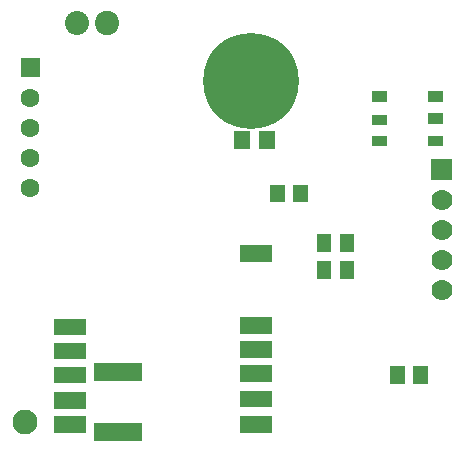
<source format=gbs>
G04 Layer: BottomSolderMaskLayer*
G04 EasyEDA v6.5.1, 2022-03-21 16:47:25*
G04 955ef46bbe064569b540ea905b21d435,97f3a3507f384188ab3f8c3e8ba95b97,10*
G04 Gerber Generator version 0.2*
G04 Scale: 100 percent, Rotated: No, Reflected: No *
G04 Dimensions in millimeters *
G04 leading zeros omitted , absolute positions ,4 integer and 5 decimal *
%FSLAX45Y45*%
%MOMM*%

%ADD43C,2.0400*%
%ADD44C,2.0600*%
%ADD45C,8.1016*%
%ADD52C,2.1016*%
%ADD53R,4.1656X1.6256*%
%ADD55C,1.6002*%
%ADD57C,1.7780*%

%LPD*%
D43*
G01*
X4229100Y4241800D03*
D44*
G01*
X4483100Y4241800D03*
G36*
X5552693Y3176015D02*
G01*
X5552693Y3326129D01*
X5692902Y3326129D01*
X5692902Y3176015D01*
G37*
G36*
X5762752Y3176015D02*
G01*
X5762752Y3326129D01*
X5902959Y3326129D01*
X5902959Y3176015D01*
G37*
G36*
X6877558Y1183386D02*
G01*
X6877558Y1331213D01*
X7001002Y1331213D01*
X7001002Y1183386D01*
G37*
G36*
X7070597Y1183386D02*
G01*
X7070597Y1331213D01*
X7194041Y1331213D01*
X7194041Y1183386D01*
G37*
G36*
X6054597Y2720086D02*
G01*
X6054597Y2867913D01*
X6178041Y2867913D01*
X6178041Y2720086D01*
G37*
G36*
X5861558Y2720086D02*
G01*
X5861558Y2867913D01*
X5985002Y2867913D01*
X5985002Y2720086D01*
G37*
G36*
X6255258Y2300986D02*
G01*
X6255258Y2448813D01*
X6378702Y2448813D01*
X6378702Y2300986D01*
G37*
G36*
X6448297Y2300986D02*
G01*
X6448297Y2448813D01*
X6571741Y2448813D01*
X6571741Y2300986D01*
G37*
G36*
X6255258Y2072386D02*
G01*
X6255258Y2220213D01*
X6378702Y2220213D01*
X6378702Y2072386D01*
G37*
G36*
X6448297Y2072386D02*
G01*
X6448297Y2220213D01*
X6571741Y2220213D01*
X6571741Y2072386D01*
G37*
G36*
X7194295Y3573779D02*
G01*
X7194295Y3663950D01*
X7324343Y3663950D01*
X7324343Y3573779D01*
G37*
G36*
X6723125Y3574287D02*
G01*
X6723125Y3664457D01*
X6853174Y3664457D01*
X6853174Y3574287D01*
G37*
G36*
X7193025Y3383787D02*
G01*
X7193025Y3473957D01*
X7323327Y3473957D01*
X7323327Y3383787D01*
G37*
G36*
X6723125Y3373881D02*
G01*
X6723125Y3464052D01*
X6853427Y3464052D01*
X6853427Y3373881D01*
G37*
G36*
X7193025Y3193795D02*
G01*
X7193025Y3283965D01*
X7323074Y3283965D01*
X7323074Y3193795D01*
G37*
G36*
X6721856Y3193795D02*
G01*
X6721856Y3283965D01*
X6851904Y3283965D01*
X6851904Y3193795D01*
G37*
G36*
X4030472Y768095D02*
G01*
X4030472Y908304D01*
X4300727Y908304D01*
X4300727Y768095D01*
G37*
G36*
X4030472Y971295D02*
G01*
X4030472Y1111504D01*
X4300727Y1111504D01*
X4300727Y971295D01*
G37*
G36*
X4030472Y1187195D02*
G01*
X4030472Y1327404D01*
X4300727Y1327404D01*
X4300727Y1187195D01*
G37*
G36*
X4030472Y1390395D02*
G01*
X4030472Y1530604D01*
X4300727Y1530604D01*
X4300727Y1390395D01*
G37*
G36*
X4030472Y1593595D02*
G01*
X4030472Y1733804D01*
X4300727Y1733804D01*
X4300727Y1593595D01*
G37*
G36*
X5605272Y768095D02*
G01*
X5605272Y908304D01*
X5875527Y908304D01*
X5875527Y768095D01*
G37*
G36*
X5605272Y983995D02*
G01*
X5605272Y1124204D01*
X5875527Y1124204D01*
X5875527Y983995D01*
G37*
G36*
X5605272Y1199895D02*
G01*
X5605272Y1340104D01*
X5875527Y1340104D01*
X5875527Y1199895D01*
G37*
G36*
X5605272Y1403095D02*
G01*
X5605272Y1543304D01*
X5875527Y1543304D01*
X5875527Y1403095D01*
G37*
G36*
X5605272Y1606295D02*
G01*
X5605272Y1746504D01*
X5875527Y1746504D01*
X5875527Y1606295D01*
G37*
G36*
X5605272Y2215895D02*
G01*
X5605272Y2356104D01*
X5875527Y2356104D01*
X5875527Y2215895D01*
G37*
D45*
G01*
X5702300Y3746500D03*
D52*
G01*
X3784600Y863600D03*
D53*
G01*
X4572000Y1282700D03*
G01*
X4572000Y774700D03*
D55*
G01*
X3828694Y2843301D03*
G01*
X3828694Y3097301D03*
G01*
X3828694Y3351301D03*
G01*
X3828694Y3605301D03*
G36*
X3748786Y3779265D02*
G01*
X3748786Y3939286D01*
X3908806Y3939286D01*
X3908806Y3779265D01*
G37*
D57*
G01*
X7315200Y1981200D03*
G01*
X7315200Y2235200D03*
G01*
X7315200Y2489200D03*
G01*
X7315200Y2743200D03*
G36*
X7226300Y2908300D02*
G01*
X7226300Y3086100D01*
X7404100Y3086100D01*
X7404100Y2908300D01*
G37*
M02*

</source>
